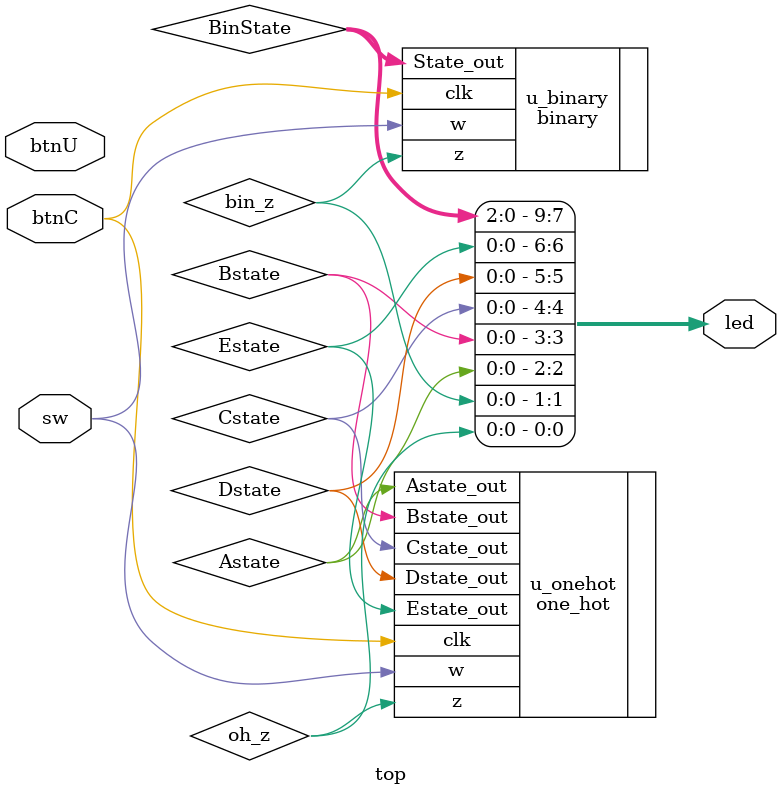
<source format=v>
module top(
    input btnC,
    input btnU,
    input [0:0] sw,
    output [9:0] led
);

    wire oh_z;
    wire bin_z;
    wire Astate, Bstate, Cstate, Dstate, Estate;
    wire [2:0] BinState;

    one_hot u_onehot (
        .w(sw[0]),
        .clk(btnC),
        .z(oh_z),
        .Astate_out(Astate),
        .Bstate_out(Bstate),
        .Cstate_out(Cstate),
        .Dstate_out(Dstate),
        .Estate_out(Estate)
    );

    binary u_binary (
        .w(sw[0]),
        .clk(btnC),
        .z(bin_z),
        .State_out(BinState)
    );

    assign led[0] = oh_z;
    assign led[1] = bin_z;
    assign led[2] = Astate;
    assign led[3] = Bstate;
    assign led[4] = Cstate;
    assign led[5] = Dstate;
    assign led[6] = Estate;
    assign led[9:7] = BinState;

endmodule


</source>
